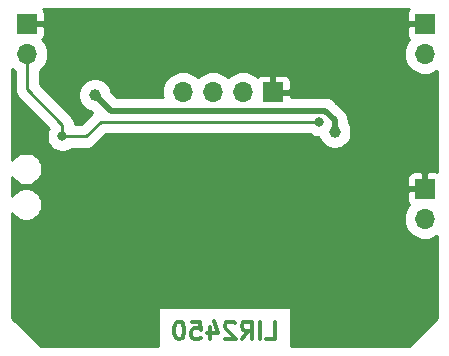
<source format=gbl>
G04 #@! TF.GenerationSoftware,KiCad,Pcbnew,5.0.2-bee76a0~70~ubuntu18.04.1*
G04 #@! TF.CreationDate,2019-03-01T14:14:17+01:00*
G04 #@! TF.ProjectId,SINE_STIMULUS_charger,53494e45-5f53-4544-994d-554c55535f63,rev?*
G04 #@! TF.SameCoordinates,Original*
G04 #@! TF.FileFunction,Copper,L2,Bot*
G04 #@! TF.FilePolarity,Positive*
%FSLAX46Y46*%
G04 Gerber Fmt 4.6, Leading zero omitted, Abs format (unit mm)*
G04 Created by KiCad (PCBNEW 5.0.2-bee76a0~70~ubuntu18.04.1) date ven. 01 mars 2019 14:14:17 CET*
%MOMM*%
%LPD*%
G01*
G04 APERTURE LIST*
G04 #@! TA.AperFunction,NonConductor*
%ADD10C,0.300000*%
G04 #@! TD*
G04 #@! TA.AperFunction,ComponentPad*
%ADD11R,1.700000X1.700000*%
G04 #@! TD*
G04 #@! TA.AperFunction,ComponentPad*
%ADD12O,1.700000X1.700000*%
G04 #@! TD*
G04 #@! TA.AperFunction,ViaPad*
%ADD13C,1.000000*%
G04 #@! TD*
G04 #@! TA.AperFunction,ViaPad*
%ADD14C,0.800000*%
G04 #@! TD*
G04 #@! TA.AperFunction,Conductor*
%ADD15C,0.500000*%
G04 #@! TD*
G04 #@! TA.AperFunction,Conductor*
%ADD16C,0.250000*%
G04 #@! TD*
G04 #@! TA.AperFunction,Conductor*
%ADD17C,0.254000*%
G04 #@! TD*
G04 APERTURE END LIST*
D10*
X108500000Y-88928571D02*
X109214285Y-88928571D01*
X109214285Y-87428571D01*
X108000000Y-88928571D02*
X108000000Y-87428571D01*
X106428571Y-88928571D02*
X106928571Y-88214285D01*
X107285714Y-88928571D02*
X107285714Y-87428571D01*
X106714285Y-87428571D01*
X106571428Y-87500000D01*
X106500000Y-87571428D01*
X106428571Y-87714285D01*
X106428571Y-87928571D01*
X106500000Y-88071428D01*
X106571428Y-88142857D01*
X106714285Y-88214285D01*
X107285714Y-88214285D01*
X105857142Y-87571428D02*
X105785714Y-87500000D01*
X105642857Y-87428571D01*
X105285714Y-87428571D01*
X105142857Y-87500000D01*
X105071428Y-87571428D01*
X105000000Y-87714285D01*
X105000000Y-87857142D01*
X105071428Y-88071428D01*
X105928571Y-88928571D01*
X105000000Y-88928571D01*
X103714285Y-87928571D02*
X103714285Y-88928571D01*
X104071428Y-87357142D02*
X104428571Y-88428571D01*
X103500000Y-88428571D01*
X102214285Y-87428571D02*
X102928571Y-87428571D01*
X103000000Y-88142857D01*
X102928571Y-88071428D01*
X102785714Y-88000000D01*
X102428571Y-88000000D01*
X102285714Y-88071428D01*
X102214285Y-88142857D01*
X102142857Y-88285714D01*
X102142857Y-88642857D01*
X102214285Y-88785714D01*
X102285714Y-88857142D01*
X102428571Y-88928571D01*
X102785714Y-88928571D01*
X102928571Y-88857142D01*
X103000000Y-88785714D01*
X101214285Y-87428571D02*
X101071428Y-87428571D01*
X100928571Y-87500000D01*
X100857142Y-87571428D01*
X100785714Y-87714285D01*
X100714285Y-88000000D01*
X100714285Y-88357142D01*
X100785714Y-88642857D01*
X100857142Y-88785714D01*
X100928571Y-88857142D01*
X101071428Y-88928571D01*
X101214285Y-88928571D01*
X101357142Y-88857142D01*
X101428571Y-88785714D01*
X101500000Y-88642857D01*
X101571428Y-88357142D01*
X101571428Y-88000000D01*
X101500000Y-87714285D01*
X101428571Y-87571428D01*
X101357142Y-87500000D01*
X101214285Y-87428571D01*
D11*
G04 #@! TO.P,J2,1*
G04 #@! TO.N,GND*
X109079999Y-68000000D03*
D12*
G04 #@! TO.P,J2,2*
G04 #@! TO.N,Net-(J1-Pad2)*
X106539999Y-68000000D03*
G04 #@! TO.P,J2,3*
G04 #@! TO.N,Net-(J1-Pad3)*
X103999999Y-68000000D03*
G04 #@! TO.P,J2,4*
G04 #@! TO.N,/V_USB*
X101459999Y-68000000D03*
G04 #@! TD*
D11*
G04 #@! TO.P,J3,1*
G04 #@! TO.N,GND*
X121920000Y-62230000D03*
D12*
G04 #@! TO.P,J3,2*
G04 #@! TO.N,/V_OUT*
X121920000Y-64770000D03*
G04 #@! TD*
D11*
G04 #@! TO.P,TP1,1*
G04 #@! TO.N,GND*
X121920000Y-76200000D03*
D12*
G04 #@! TO.P,TP1,2*
G04 #@! TO.N,/V_LIPO*
X121920000Y-78740000D03*
G04 #@! TD*
G04 #@! TO.P,TP2,2*
G04 #@! TO.N,/STAT*
X88265000Y-64770000D03*
D11*
G04 #@! TO.P,TP2,1*
G04 #@! TO.N,GND*
X88265000Y-62230000D03*
G04 #@! TD*
D13*
G04 #@! TO.N,GND*
X109100000Y-63800000D03*
X115500000Y-73000000D03*
X115550000Y-65800000D03*
X89250000Y-71000000D03*
X92250000Y-76000000D03*
X105000000Y-73500000D03*
X106500000Y-73500000D03*
X103500000Y-73500000D03*
X95600000Y-64200000D03*
X96250000Y-67250000D03*
G04 #@! TO.N,/Power Management/V_UNREG*
X114300000Y-71400000D03*
X94000000Y-68250000D03*
D14*
G04 #@! TO.N,/STAT*
X91250000Y-71750000D03*
X113000000Y-70500000D03*
G04 #@! TD*
D15*
G04 #@! TO.N,/Power Management/V_UNREG*
X94499999Y-68749999D02*
X94000000Y-68250000D01*
X113500000Y-69600000D02*
X95350000Y-69600000D01*
X95350000Y-69600000D02*
X94499999Y-68749999D01*
X114300000Y-71400000D02*
X114300000Y-70400000D01*
X114300000Y-70400000D02*
X113500000Y-69600000D01*
D16*
G04 #@! TO.N,/STAT*
X88265000Y-67765000D02*
X88265000Y-64770000D01*
X91250000Y-71750000D02*
X91250000Y-70750000D01*
X91250000Y-70750000D02*
X88265000Y-67765000D01*
X94500000Y-70500000D02*
X113000000Y-70500000D01*
X91250000Y-71750000D02*
X93250000Y-71750000D01*
X93250000Y-71750000D02*
X94500000Y-70500000D01*
G04 #@! TD*
D17*
G04 #@! TO.N,GND*
G36*
X120507270Y-61079215D02*
X120459403Y-61194777D01*
X120435000Y-61317458D01*
X120435000Y-61944250D01*
X120593750Y-62103000D01*
X121793000Y-62103000D01*
X121793000Y-62083000D01*
X122047000Y-62083000D01*
X122047000Y-62103000D01*
X122067000Y-62103000D01*
X122067000Y-62357000D01*
X122047000Y-62357000D01*
X122047000Y-62377000D01*
X121793000Y-62377000D01*
X121793000Y-62357000D01*
X120593750Y-62357000D01*
X120435000Y-62515750D01*
X120435000Y-63142542D01*
X120459403Y-63265223D01*
X120507270Y-63380785D01*
X120576763Y-63484789D01*
X120631237Y-63539263D01*
X120435330Y-63777975D01*
X120270323Y-64086681D01*
X120168712Y-64421647D01*
X120134402Y-64770000D01*
X120168712Y-65118353D01*
X120270323Y-65453319D01*
X120435330Y-65762025D01*
X120657392Y-66032608D01*
X120927975Y-66254670D01*
X121236681Y-66419677D01*
X121571647Y-66521288D01*
X121832704Y-66547000D01*
X122007296Y-66547000D01*
X122268353Y-66521288D01*
X122603319Y-66419677D01*
X122912025Y-66254670D01*
X122998000Y-66184112D01*
X122998001Y-74757122D01*
X122955223Y-74739403D01*
X122832542Y-74715000D01*
X122205750Y-74715000D01*
X122047000Y-74873750D01*
X122047000Y-76073000D01*
X122067000Y-76073000D01*
X122067000Y-76327000D01*
X122047000Y-76327000D01*
X122047000Y-76347000D01*
X121793000Y-76347000D01*
X121793000Y-76327000D01*
X120593750Y-76327000D01*
X120435000Y-76485750D01*
X120435000Y-77112542D01*
X120459403Y-77235223D01*
X120507270Y-77350785D01*
X120576763Y-77454789D01*
X120631237Y-77509263D01*
X120435330Y-77747975D01*
X120270323Y-78056681D01*
X120168712Y-78391647D01*
X120134402Y-78740000D01*
X120168712Y-79088353D01*
X120270323Y-79423319D01*
X120435330Y-79732025D01*
X120657392Y-80002608D01*
X120927975Y-80224670D01*
X121236681Y-80389677D01*
X121571647Y-80491288D01*
X121832704Y-80517000D01*
X122007296Y-80517000D01*
X122268353Y-80491288D01*
X122603319Y-80389677D01*
X122912025Y-80224670D01*
X122998001Y-80154111D01*
X122998001Y-87084957D01*
X120584959Y-89498000D01*
X110648429Y-89498000D01*
X110648429Y-86168000D01*
X99351572Y-86168000D01*
X99351572Y-89498000D01*
X89415042Y-89498000D01*
X87002000Y-87084959D01*
X87002000Y-78230500D01*
X87100414Y-78377787D01*
X87292213Y-78569586D01*
X87517746Y-78720282D01*
X87768344Y-78824083D01*
X88034377Y-78877000D01*
X88305623Y-78877000D01*
X88571656Y-78824083D01*
X88822254Y-78720282D01*
X89047787Y-78569586D01*
X89239586Y-78377787D01*
X89390282Y-78152254D01*
X89494083Y-77901656D01*
X89547000Y-77635623D01*
X89547000Y-77364377D01*
X89494083Y-77098344D01*
X89390282Y-76847746D01*
X89239586Y-76622213D01*
X89047787Y-76430414D01*
X88822254Y-76279718D01*
X88571656Y-76175917D01*
X88305623Y-76123000D01*
X88034377Y-76123000D01*
X87768344Y-76175917D01*
X87517746Y-76279718D01*
X87292213Y-76430414D01*
X87100414Y-76622213D01*
X87002000Y-76769500D01*
X87002000Y-75230500D01*
X87100414Y-75377787D01*
X87292213Y-75569586D01*
X87517746Y-75720282D01*
X87768344Y-75824083D01*
X88034377Y-75877000D01*
X88305623Y-75877000D01*
X88571656Y-75824083D01*
X88822254Y-75720282D01*
X89047787Y-75569586D01*
X89239586Y-75377787D01*
X89299941Y-75287458D01*
X120435000Y-75287458D01*
X120435000Y-75914250D01*
X120593750Y-76073000D01*
X121793000Y-76073000D01*
X121793000Y-74873750D01*
X121634250Y-74715000D01*
X121007458Y-74715000D01*
X120884777Y-74739403D01*
X120769215Y-74787270D01*
X120665211Y-74856763D01*
X120576763Y-74945211D01*
X120507270Y-75049215D01*
X120459403Y-75164777D01*
X120435000Y-75287458D01*
X89299941Y-75287458D01*
X89390282Y-75152254D01*
X89494083Y-74901656D01*
X89547000Y-74635623D01*
X89547000Y-74364377D01*
X89494083Y-74098344D01*
X89390282Y-73847746D01*
X89239586Y-73622213D01*
X89047787Y-73430414D01*
X88822254Y-73279718D01*
X88571656Y-73175917D01*
X88305623Y-73123000D01*
X88034377Y-73123000D01*
X87768344Y-73175917D01*
X87517746Y-73279718D01*
X87292213Y-73430414D01*
X87100414Y-73622213D01*
X87002000Y-73769500D01*
X87002000Y-66032130D01*
X87002392Y-66032608D01*
X87213001Y-66205450D01*
X87213000Y-67713321D01*
X87207910Y-67765000D01*
X87213000Y-67816678D01*
X87228222Y-67971227D01*
X87288376Y-68169530D01*
X87386062Y-68352288D01*
X87517524Y-68512476D01*
X87557679Y-68545431D01*
X90097920Y-71085673D01*
X90074028Y-71121430D01*
X89973996Y-71362928D01*
X89923000Y-71619302D01*
X89923000Y-71880698D01*
X89973996Y-72137072D01*
X90074028Y-72378570D01*
X90219252Y-72595913D01*
X90404087Y-72780748D01*
X90621430Y-72925972D01*
X90862928Y-73026004D01*
X91119302Y-73077000D01*
X91380698Y-73077000D01*
X91637072Y-73026004D01*
X91878570Y-72925972D01*
X92064107Y-72802000D01*
X93198321Y-72802000D01*
X93250000Y-72807090D01*
X93301679Y-72802000D01*
X93456228Y-72786778D01*
X93654531Y-72726624D01*
X93837288Y-72628938D01*
X93997476Y-72497476D01*
X94030430Y-72457321D01*
X94935752Y-71552000D01*
X112185893Y-71552000D01*
X112371430Y-71675972D01*
X112612928Y-71776004D01*
X112869302Y-71827000D01*
X112932295Y-71827000D01*
X113035409Y-72075938D01*
X113191576Y-72309660D01*
X113390340Y-72508424D01*
X113624062Y-72664591D01*
X113883759Y-72772162D01*
X114159453Y-72827000D01*
X114440547Y-72827000D01*
X114716241Y-72772162D01*
X114975938Y-72664591D01*
X115209660Y-72508424D01*
X115408424Y-72309660D01*
X115564591Y-72075938D01*
X115672162Y-71816241D01*
X115727000Y-71540547D01*
X115727000Y-71259453D01*
X115672162Y-70983759D01*
X115564591Y-70724062D01*
X115477000Y-70592972D01*
X115477000Y-70457812D01*
X115482694Y-70400000D01*
X115459969Y-70169268D01*
X115442878Y-70112928D01*
X115392667Y-69947403D01*
X115283374Y-69742930D01*
X115229267Y-69677000D01*
X115173144Y-69608614D01*
X115173142Y-69608612D01*
X115136291Y-69563709D01*
X115091387Y-69526857D01*
X114373150Y-68808622D01*
X114336291Y-68763709D01*
X114157070Y-68616626D01*
X113952597Y-68507333D01*
X113730732Y-68440031D01*
X113557812Y-68423000D01*
X113500000Y-68417306D01*
X113442188Y-68423000D01*
X110564999Y-68423000D01*
X110564999Y-68285750D01*
X110406249Y-68127000D01*
X109206999Y-68127000D01*
X109206999Y-68147000D01*
X108952999Y-68147000D01*
X108952999Y-68127000D01*
X108932999Y-68127000D01*
X108932999Y-67873000D01*
X108952999Y-67873000D01*
X108952999Y-66673750D01*
X109206999Y-66673750D01*
X109206999Y-67873000D01*
X110406249Y-67873000D01*
X110564999Y-67714250D01*
X110564999Y-67087458D01*
X110540596Y-66964777D01*
X110492729Y-66849215D01*
X110423236Y-66745211D01*
X110334788Y-66656763D01*
X110230784Y-66587270D01*
X110115222Y-66539403D01*
X109992541Y-66515000D01*
X109365749Y-66515000D01*
X109206999Y-66673750D01*
X108952999Y-66673750D01*
X108794249Y-66515000D01*
X108167457Y-66515000D01*
X108044776Y-66539403D01*
X107929214Y-66587270D01*
X107825210Y-66656763D01*
X107770736Y-66711237D01*
X107532024Y-66515330D01*
X107223318Y-66350323D01*
X106888352Y-66248712D01*
X106627295Y-66223000D01*
X106452703Y-66223000D01*
X106191646Y-66248712D01*
X105856680Y-66350323D01*
X105547974Y-66515330D01*
X105277391Y-66737392D01*
X105269999Y-66746399D01*
X105262607Y-66737392D01*
X104992024Y-66515330D01*
X104683318Y-66350323D01*
X104348352Y-66248712D01*
X104087295Y-66223000D01*
X103912703Y-66223000D01*
X103651646Y-66248712D01*
X103316680Y-66350323D01*
X103007974Y-66515330D01*
X102737391Y-66737392D01*
X102729999Y-66746399D01*
X102722607Y-66737392D01*
X102452024Y-66515330D01*
X102143318Y-66350323D01*
X101808352Y-66248712D01*
X101547295Y-66223000D01*
X101372703Y-66223000D01*
X101111646Y-66248712D01*
X100776680Y-66350323D01*
X100467974Y-66515330D01*
X100197391Y-66737392D01*
X99975329Y-67007975D01*
X99810322Y-67316681D01*
X99708711Y-67651647D01*
X99674401Y-68000000D01*
X99708711Y-68348353D01*
X99731355Y-68423000D01*
X95837529Y-68423000D01*
X95402920Y-67988392D01*
X95372162Y-67833759D01*
X95264591Y-67574062D01*
X95108424Y-67340340D01*
X94909660Y-67141576D01*
X94675938Y-66985409D01*
X94416241Y-66877838D01*
X94140547Y-66823000D01*
X93859453Y-66823000D01*
X93583759Y-66877838D01*
X93324062Y-66985409D01*
X93090340Y-67141576D01*
X92891576Y-67340340D01*
X92735409Y-67574062D01*
X92627838Y-67833759D01*
X92573000Y-68109453D01*
X92573000Y-68390547D01*
X92627838Y-68666241D01*
X92735409Y-68925938D01*
X92891576Y-69159660D01*
X93090340Y-69358424D01*
X93324062Y-69514591D01*
X93583759Y-69622162D01*
X93738392Y-69652920D01*
X93799469Y-69713997D01*
X93752524Y-69752524D01*
X93719574Y-69792674D01*
X92814249Y-70698000D01*
X92301968Y-70698000D01*
X92286778Y-70543771D01*
X92254174Y-70436290D01*
X92226624Y-70345469D01*
X92128938Y-70162712D01*
X91997476Y-70002524D01*
X91957331Y-69969578D01*
X89317000Y-67329249D01*
X89317000Y-66205450D01*
X89527608Y-66032608D01*
X89749670Y-65762025D01*
X89914677Y-65453319D01*
X90016288Y-65118353D01*
X90050598Y-64770000D01*
X90016288Y-64421647D01*
X89914677Y-64086681D01*
X89749670Y-63777975D01*
X89553763Y-63539263D01*
X89608237Y-63484789D01*
X89677730Y-63380785D01*
X89725597Y-63265223D01*
X89750000Y-63142542D01*
X89750000Y-62515750D01*
X89591250Y-62357000D01*
X88392000Y-62357000D01*
X88392000Y-62377000D01*
X88138000Y-62377000D01*
X88138000Y-62357000D01*
X88118000Y-62357000D01*
X88118000Y-62103000D01*
X88138000Y-62103000D01*
X88138000Y-62083000D01*
X88392000Y-62083000D01*
X88392000Y-62103000D01*
X89591250Y-62103000D01*
X89750000Y-61944250D01*
X89750000Y-61317458D01*
X89725597Y-61194777D01*
X89677730Y-61079215D01*
X89626137Y-61002000D01*
X120558863Y-61002000D01*
X120507270Y-61079215D01*
X120507270Y-61079215D01*
G37*
X120507270Y-61079215D02*
X120459403Y-61194777D01*
X120435000Y-61317458D01*
X120435000Y-61944250D01*
X120593750Y-62103000D01*
X121793000Y-62103000D01*
X121793000Y-62083000D01*
X122047000Y-62083000D01*
X122047000Y-62103000D01*
X122067000Y-62103000D01*
X122067000Y-62357000D01*
X122047000Y-62357000D01*
X122047000Y-62377000D01*
X121793000Y-62377000D01*
X121793000Y-62357000D01*
X120593750Y-62357000D01*
X120435000Y-62515750D01*
X120435000Y-63142542D01*
X120459403Y-63265223D01*
X120507270Y-63380785D01*
X120576763Y-63484789D01*
X120631237Y-63539263D01*
X120435330Y-63777975D01*
X120270323Y-64086681D01*
X120168712Y-64421647D01*
X120134402Y-64770000D01*
X120168712Y-65118353D01*
X120270323Y-65453319D01*
X120435330Y-65762025D01*
X120657392Y-66032608D01*
X120927975Y-66254670D01*
X121236681Y-66419677D01*
X121571647Y-66521288D01*
X121832704Y-66547000D01*
X122007296Y-66547000D01*
X122268353Y-66521288D01*
X122603319Y-66419677D01*
X122912025Y-66254670D01*
X122998000Y-66184112D01*
X122998001Y-74757122D01*
X122955223Y-74739403D01*
X122832542Y-74715000D01*
X122205750Y-74715000D01*
X122047000Y-74873750D01*
X122047000Y-76073000D01*
X122067000Y-76073000D01*
X122067000Y-76327000D01*
X122047000Y-76327000D01*
X122047000Y-76347000D01*
X121793000Y-76347000D01*
X121793000Y-76327000D01*
X120593750Y-76327000D01*
X120435000Y-76485750D01*
X120435000Y-77112542D01*
X120459403Y-77235223D01*
X120507270Y-77350785D01*
X120576763Y-77454789D01*
X120631237Y-77509263D01*
X120435330Y-77747975D01*
X120270323Y-78056681D01*
X120168712Y-78391647D01*
X120134402Y-78740000D01*
X120168712Y-79088353D01*
X120270323Y-79423319D01*
X120435330Y-79732025D01*
X120657392Y-80002608D01*
X120927975Y-80224670D01*
X121236681Y-80389677D01*
X121571647Y-80491288D01*
X121832704Y-80517000D01*
X122007296Y-80517000D01*
X122268353Y-80491288D01*
X122603319Y-80389677D01*
X122912025Y-80224670D01*
X122998001Y-80154111D01*
X122998001Y-87084957D01*
X120584959Y-89498000D01*
X110648429Y-89498000D01*
X110648429Y-86168000D01*
X99351572Y-86168000D01*
X99351572Y-89498000D01*
X89415042Y-89498000D01*
X87002000Y-87084959D01*
X87002000Y-78230500D01*
X87100414Y-78377787D01*
X87292213Y-78569586D01*
X87517746Y-78720282D01*
X87768344Y-78824083D01*
X88034377Y-78877000D01*
X88305623Y-78877000D01*
X88571656Y-78824083D01*
X88822254Y-78720282D01*
X89047787Y-78569586D01*
X89239586Y-78377787D01*
X89390282Y-78152254D01*
X89494083Y-77901656D01*
X89547000Y-77635623D01*
X89547000Y-77364377D01*
X89494083Y-77098344D01*
X89390282Y-76847746D01*
X89239586Y-76622213D01*
X89047787Y-76430414D01*
X88822254Y-76279718D01*
X88571656Y-76175917D01*
X88305623Y-76123000D01*
X88034377Y-76123000D01*
X87768344Y-76175917D01*
X87517746Y-76279718D01*
X87292213Y-76430414D01*
X87100414Y-76622213D01*
X87002000Y-76769500D01*
X87002000Y-75230500D01*
X87100414Y-75377787D01*
X87292213Y-75569586D01*
X87517746Y-75720282D01*
X87768344Y-75824083D01*
X88034377Y-75877000D01*
X88305623Y-75877000D01*
X88571656Y-75824083D01*
X88822254Y-75720282D01*
X89047787Y-75569586D01*
X89239586Y-75377787D01*
X89299941Y-75287458D01*
X120435000Y-75287458D01*
X120435000Y-75914250D01*
X120593750Y-76073000D01*
X121793000Y-76073000D01*
X121793000Y-74873750D01*
X121634250Y-74715000D01*
X121007458Y-74715000D01*
X120884777Y-74739403D01*
X120769215Y-74787270D01*
X120665211Y-74856763D01*
X120576763Y-74945211D01*
X120507270Y-75049215D01*
X120459403Y-75164777D01*
X120435000Y-75287458D01*
X89299941Y-75287458D01*
X89390282Y-75152254D01*
X89494083Y-74901656D01*
X89547000Y-74635623D01*
X89547000Y-74364377D01*
X89494083Y-74098344D01*
X89390282Y-73847746D01*
X89239586Y-73622213D01*
X89047787Y-73430414D01*
X88822254Y-73279718D01*
X88571656Y-73175917D01*
X88305623Y-73123000D01*
X88034377Y-73123000D01*
X87768344Y-73175917D01*
X87517746Y-73279718D01*
X87292213Y-73430414D01*
X87100414Y-73622213D01*
X87002000Y-73769500D01*
X87002000Y-66032130D01*
X87002392Y-66032608D01*
X87213001Y-66205450D01*
X87213000Y-67713321D01*
X87207910Y-67765000D01*
X87213000Y-67816678D01*
X87228222Y-67971227D01*
X87288376Y-68169530D01*
X87386062Y-68352288D01*
X87517524Y-68512476D01*
X87557679Y-68545431D01*
X90097920Y-71085673D01*
X90074028Y-71121430D01*
X89973996Y-71362928D01*
X89923000Y-71619302D01*
X89923000Y-71880698D01*
X89973996Y-72137072D01*
X90074028Y-72378570D01*
X90219252Y-72595913D01*
X90404087Y-72780748D01*
X90621430Y-72925972D01*
X90862928Y-73026004D01*
X91119302Y-73077000D01*
X91380698Y-73077000D01*
X91637072Y-73026004D01*
X91878570Y-72925972D01*
X92064107Y-72802000D01*
X93198321Y-72802000D01*
X93250000Y-72807090D01*
X93301679Y-72802000D01*
X93456228Y-72786778D01*
X93654531Y-72726624D01*
X93837288Y-72628938D01*
X93997476Y-72497476D01*
X94030430Y-72457321D01*
X94935752Y-71552000D01*
X112185893Y-71552000D01*
X112371430Y-71675972D01*
X112612928Y-71776004D01*
X112869302Y-71827000D01*
X112932295Y-71827000D01*
X113035409Y-72075938D01*
X113191576Y-72309660D01*
X113390340Y-72508424D01*
X113624062Y-72664591D01*
X113883759Y-72772162D01*
X114159453Y-72827000D01*
X114440547Y-72827000D01*
X114716241Y-72772162D01*
X114975938Y-72664591D01*
X115209660Y-72508424D01*
X115408424Y-72309660D01*
X115564591Y-72075938D01*
X115672162Y-71816241D01*
X115727000Y-71540547D01*
X115727000Y-71259453D01*
X115672162Y-70983759D01*
X115564591Y-70724062D01*
X115477000Y-70592972D01*
X115477000Y-70457812D01*
X115482694Y-70400000D01*
X115459969Y-70169268D01*
X115442878Y-70112928D01*
X115392667Y-69947403D01*
X115283374Y-69742930D01*
X115229267Y-69677000D01*
X115173144Y-69608614D01*
X115173142Y-69608612D01*
X115136291Y-69563709D01*
X115091387Y-69526857D01*
X114373150Y-68808622D01*
X114336291Y-68763709D01*
X114157070Y-68616626D01*
X113952597Y-68507333D01*
X113730732Y-68440031D01*
X113557812Y-68423000D01*
X113500000Y-68417306D01*
X113442188Y-68423000D01*
X110564999Y-68423000D01*
X110564999Y-68285750D01*
X110406249Y-68127000D01*
X109206999Y-68127000D01*
X109206999Y-68147000D01*
X108952999Y-68147000D01*
X108952999Y-68127000D01*
X108932999Y-68127000D01*
X108932999Y-67873000D01*
X108952999Y-67873000D01*
X108952999Y-66673750D01*
X109206999Y-66673750D01*
X109206999Y-67873000D01*
X110406249Y-67873000D01*
X110564999Y-67714250D01*
X110564999Y-67087458D01*
X110540596Y-66964777D01*
X110492729Y-66849215D01*
X110423236Y-66745211D01*
X110334788Y-66656763D01*
X110230784Y-66587270D01*
X110115222Y-66539403D01*
X109992541Y-66515000D01*
X109365749Y-66515000D01*
X109206999Y-66673750D01*
X108952999Y-66673750D01*
X108794249Y-66515000D01*
X108167457Y-66515000D01*
X108044776Y-66539403D01*
X107929214Y-66587270D01*
X107825210Y-66656763D01*
X107770736Y-66711237D01*
X107532024Y-66515330D01*
X107223318Y-66350323D01*
X106888352Y-66248712D01*
X106627295Y-66223000D01*
X106452703Y-66223000D01*
X106191646Y-66248712D01*
X105856680Y-66350323D01*
X105547974Y-66515330D01*
X105277391Y-66737392D01*
X105269999Y-66746399D01*
X105262607Y-66737392D01*
X104992024Y-66515330D01*
X104683318Y-66350323D01*
X104348352Y-66248712D01*
X104087295Y-66223000D01*
X103912703Y-66223000D01*
X103651646Y-66248712D01*
X103316680Y-66350323D01*
X103007974Y-66515330D01*
X102737391Y-66737392D01*
X102729999Y-66746399D01*
X102722607Y-66737392D01*
X102452024Y-66515330D01*
X102143318Y-66350323D01*
X101808352Y-66248712D01*
X101547295Y-66223000D01*
X101372703Y-66223000D01*
X101111646Y-66248712D01*
X100776680Y-66350323D01*
X100467974Y-66515330D01*
X100197391Y-66737392D01*
X99975329Y-67007975D01*
X99810322Y-67316681D01*
X99708711Y-67651647D01*
X99674401Y-68000000D01*
X99708711Y-68348353D01*
X99731355Y-68423000D01*
X95837529Y-68423000D01*
X95402920Y-67988392D01*
X95372162Y-67833759D01*
X95264591Y-67574062D01*
X95108424Y-67340340D01*
X94909660Y-67141576D01*
X94675938Y-66985409D01*
X94416241Y-66877838D01*
X94140547Y-66823000D01*
X93859453Y-66823000D01*
X93583759Y-66877838D01*
X93324062Y-66985409D01*
X93090340Y-67141576D01*
X92891576Y-67340340D01*
X92735409Y-67574062D01*
X92627838Y-67833759D01*
X92573000Y-68109453D01*
X92573000Y-68390547D01*
X92627838Y-68666241D01*
X92735409Y-68925938D01*
X92891576Y-69159660D01*
X93090340Y-69358424D01*
X93324062Y-69514591D01*
X93583759Y-69622162D01*
X93738392Y-69652920D01*
X93799469Y-69713997D01*
X93752524Y-69752524D01*
X93719574Y-69792674D01*
X92814249Y-70698000D01*
X92301968Y-70698000D01*
X92286778Y-70543771D01*
X92254174Y-70436290D01*
X92226624Y-70345469D01*
X92128938Y-70162712D01*
X91997476Y-70002524D01*
X91957331Y-69969578D01*
X89317000Y-67329249D01*
X89317000Y-66205450D01*
X89527608Y-66032608D01*
X89749670Y-65762025D01*
X89914677Y-65453319D01*
X90016288Y-65118353D01*
X90050598Y-64770000D01*
X90016288Y-64421647D01*
X89914677Y-64086681D01*
X89749670Y-63777975D01*
X89553763Y-63539263D01*
X89608237Y-63484789D01*
X89677730Y-63380785D01*
X89725597Y-63265223D01*
X89750000Y-63142542D01*
X89750000Y-62515750D01*
X89591250Y-62357000D01*
X88392000Y-62357000D01*
X88392000Y-62377000D01*
X88138000Y-62377000D01*
X88138000Y-62357000D01*
X88118000Y-62357000D01*
X88118000Y-62103000D01*
X88138000Y-62103000D01*
X88138000Y-62083000D01*
X88392000Y-62083000D01*
X88392000Y-62103000D01*
X89591250Y-62103000D01*
X89750000Y-61944250D01*
X89750000Y-61317458D01*
X89725597Y-61194777D01*
X89677730Y-61079215D01*
X89626137Y-61002000D01*
X120558863Y-61002000D01*
X120507270Y-61079215D01*
G04 #@! TD*
M02*

</source>
